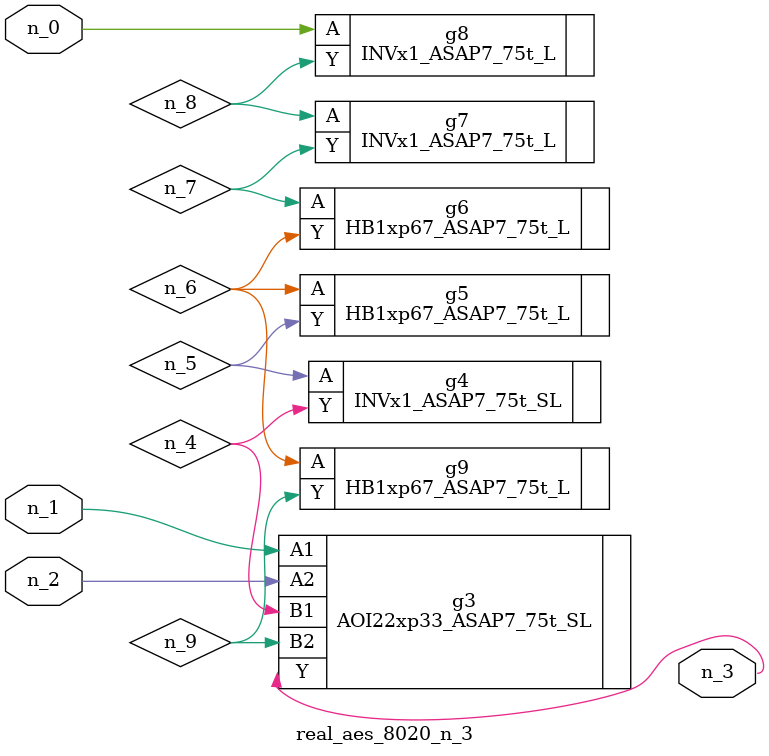
<source format=v>
module real_aes_8020_n_3 (n_0, n_2, n_1, n_3);
input n_0;
input n_2;
input n_1;
output n_3;
wire n_4;
wire n_5;
wire n_7;
wire n_9;
wire n_6;
wire n_8;
INVx1_ASAP7_75t_L g8 ( .A(n_0), .Y(n_8) );
AOI22xp33_ASAP7_75t_SL g3 ( .A1(n_1), .A2(n_2), .B1(n_4), .B2(n_9), .Y(n_3) );
INVx1_ASAP7_75t_SL g4 ( .A(n_5), .Y(n_4) );
HB1xp67_ASAP7_75t_L g5 ( .A(n_6), .Y(n_5) );
HB1xp67_ASAP7_75t_L g9 ( .A(n_6), .Y(n_9) );
HB1xp67_ASAP7_75t_L g6 ( .A(n_7), .Y(n_6) );
INVx1_ASAP7_75t_L g7 ( .A(n_8), .Y(n_7) );
endmodule
</source>
